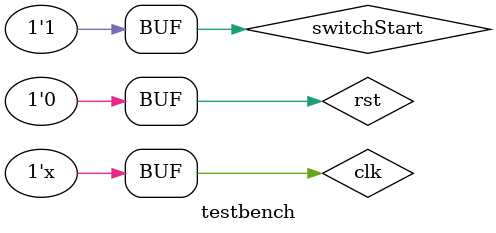
<source format=sv>
`timescale 1 ps / 1 ps
module testbench();

	logic clk;
	logic rst;
	logic switchStart;
	
	procesador_pipeline procesador(clk, rst, switchStart);
	
	always begin
	
		#1 clk = ~clk; // medio ciclo de reloj equivale a una unidad
		
	end
	
	initial begin
		
		// señales iniciales
		rst = 1;
		clk = 1;
		switchStart = 0;
		
		#1
		
		rst = 0;
		
		#33000000;
		
		switchStart = 1;
		
	end
		
endmodule
</source>
